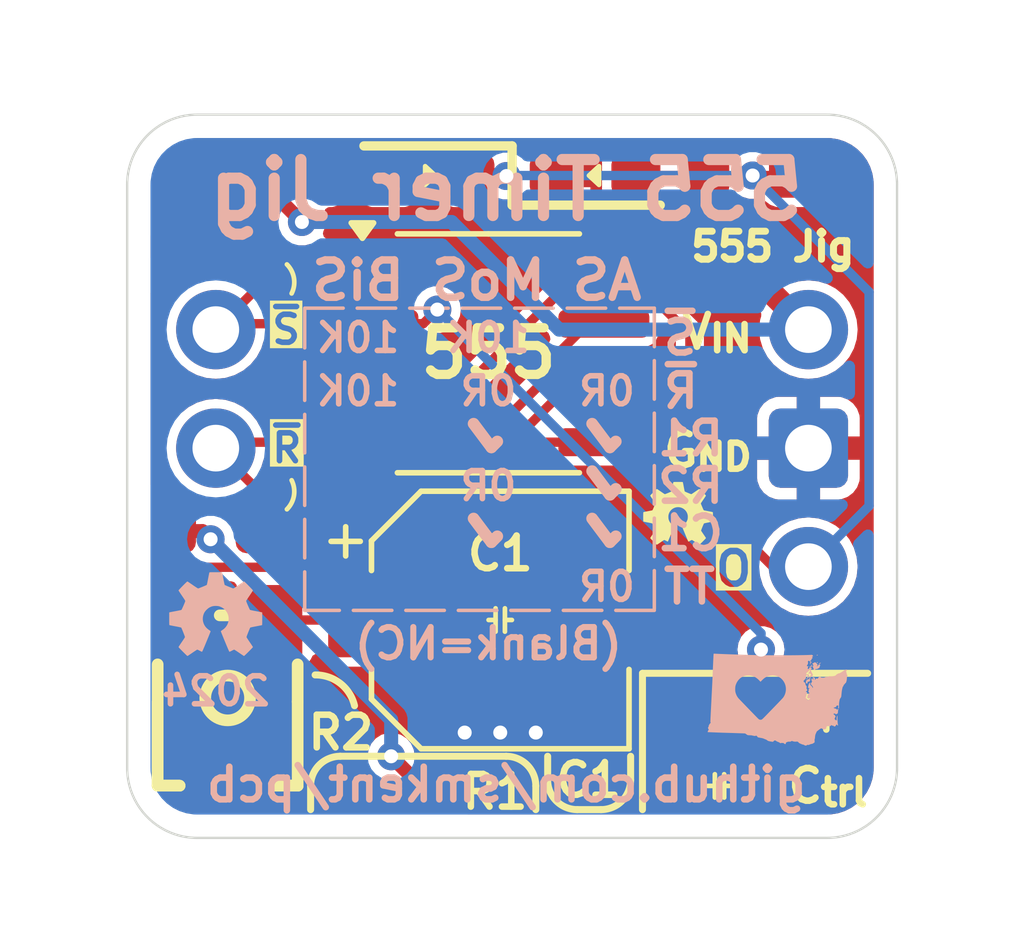
<source format=kicad_pcb>
(kicad_pcb (version 20240108) (generator "pcbnew") (generator_version "8.0")
  (layers (0 "F.Cu" signal) (31 "B.Cu" signal) (34 "B.Paste" user) (35 "F.Paste" user) (36 "B.SilkS" user "B.Silkscreen") (37 "F.SilkS" user "F.Silkscreen") (38 "B.Mask" user) (39 "F.Mask" user) (44 "Edge.Cuts" user))
  (net 0 "")
  (net 1 "Net-(U1-Control)")
  (net 2 "+5V")
  (net 3 "Net-(U1-Threshold)")
  (net 4 "Net-(U1-Discharge)")
  (net 5 "Output")
  (net 6 "~{R}")
  (net 7 "GND")
  (net 8 "~{S}")
  (net 9 "Net-(LED1-A)")
  (net 10 "Net-(LED2-A)")
  (footprint "custom:C_0603_1608Metric_Pad1.08x0.95mm_HandSolder" (layer "F.Cu") (at 135.255 93.599)
    (property "Reference" "C0" (hide yes))
    (property "Value" "0u1")
    (pad "1" smd roundrect (at -0.8625 0) (size 1.075 0.95) (layers "F.Cu" "F.Paste" "F.Mask") (net 1 "Net-(U1-Control)"))
    (pad "2" smd roundrect (at 0.8625 0) (size 1.075 0.95) (layers "F.Cu" "F.Paste" "F.Mask") (net 7 "GND"))
  )
  (footprint "custom:R_0603_1608Metric_Pad0.98x0.95mm_HandSolder_simple" (layer "F.Cu") (at 125.73 80.518)
    (property "Reference" "R5" (hide yes))
    (property "Value" "1K")
    (pad "1" smd roundrect (at -0.9125 0) (size 0.975 0.95) (layers "F.Cu" "F.Paste" "F.Mask") (net 2 "+5V"))
    (pad "2" smd roundrect (at 0.9125 0) (size 0.975 0.95) (layers "F.Cu" "F.Paste" "F.Mask") (net 9 "Net-(LED1-A)"))
  )
  (footprint "Package_SO:SOIC-8_3.9x4.9mm_P1.27mm" (layer "F.Cu") (at 130.302 84.328)
    (property "Reference" "U1" (hide yes))
    (property "Value" "NE555")
    (pad "1" smd roundrect (at -2.475 -1.905) (size 1.95 0.6) (layers "F.Cu" "F.Paste" "F.Mask") (net 7 "GND"))
    (pad "2" smd roundrect (at -2.475 -0.635) (size 1.95 0.6) (layers "F.Cu" "F.Paste" "F.Mask") (net 8 "~{S}"))
    (pad "3" smd roundrect (at -2.475 0.635) (size 1.95 0.6) (layers "F.Cu" "F.Paste" "F.Mask") (net 5 "Output"))
    (pad "4" smd roundrect (at -2.475 1.905) (size 1.95 0.6) (layers "F.Cu" "F.Paste" "F.Mask") (net 6 "~{R}"))
    (pad "5" smd roundrect (at 2.475 1.905) (size 1.95 0.6) (layers "F.Cu" "F.Paste" "F.Mask") (net 1 "Net-(U1-Control)"))
    (pad "6" smd roundrect (at 2.475 0.635) (size 1.95 0.6) (layers "F.Cu" "F.Paste" "F.Mask") (net 3 "Net-(U1-Threshold)"))
    (pad "7" smd roundrect (at 2.475 -0.635) (size 1.95 0.6) (layers "F.Cu" "F.Paste" "F.Mask") (net 4 "Net-(U1-Discharge)"))
    (pad "8" smd roundrect (at 2.475 -1.905) (size 1.95 0.6) (layers "F.Cu" "F.Paste" "F.Mask") (net 2 "+5V"))
  )
  (footprint "custom:C_Combo_CP_Elec_5x5.4" (layer "F.Cu") (at 130.556 90.043)
    (property "Reference" "C1" (hide yes))
    (property "Value" "1u")
    (pad "1" smd roundrect (at -2 0) (size 3.375 1.6) (layers "F.Cu" "F.Paste" "F.Mask") (roundrect_rratio 0.15625) (net 3 "Net-(U1-Threshold)"))
    (pad "2" smd roundrect (at 2 0) (size 3.375 1.6) (layers "F.Cu" "F.Paste" "F.Mask") (roundrect_rratio 0.15625) (net 7 "GND"))
  )
  (footprint "custom:R_0603_1608Metric_Pad0.98x0.95mm_HandSolder_simple" (layer "F.Cu") (at 135.89 80.518 180)
    (property "Reference" "R6" (hide yes))
    (property "Value" "1K")
    (pad "1" smd roundrect (at -0.9125 0 180) (size 0.975 0.95) (layers "F.Cu" "F.Paste" "F.Mask") (net 5 "Output"))
    (pad "2" smd roundrect (at 0.9125 0 180) (size 0.975 0.95) (layers "F.Cu" "F.Paste" "F.Mask") (net 10 "Net-(LED2-A)"))
  )
  (footprint "custom:R_0603_1608Metric_Pad0.98x0.95mm_HandSolder_simple" (layer "F.Cu") (at 124.46 88.138 180)
    (property "Reference" "R0" (hide yes))
    (property "Value" "0R")
    (pad "1" smd roundrect (at -0.9125 0 180) (size 0.975 0.95) (layers "F.Cu" "F.Paste" "F.Mask") (net 6 "~{R}"))
    (pad "2" smd roundrect (at 0.9125 0 180) (size 0.975 0.95) (layers "F.Cu" "F.Paste" "F.Mask") (net 2 "+5V"))
  )
  (footprint "custom:LED_0603_1608Metric_Pad1.05x0.95mm_HandSolder_simple" (layer "F.Cu") (at 129.032 80.518 180)
    (property "Reference" "LED1" (hide yes))
    (property "Value" "LED_Small")
    (pad "1" smd roundrect (at -0.875 0 180) (size 1.05 0.95) (layers "F.Cu" "F.Paste" "F.Mask") (net 5 "Output"))
    (pad "2" smd roundrect (at 0.875 0 180) (size 1.05 0.95) (layers "F.Cu" "F.Paste" "F.Mask") (net 9 "Net-(LED1-A)"))
  )
  (footprint "custom:LED_0603_1608Metric_Pad1.05x0.95mm_HandSolder_simple" (layer "F.Cu") (at 132.588 80.518)
    (property "Reference" "LED2" (hide yes))
    (property "Value" "LED_Small")
    (pad "1" smd roundrect (at -0.875 0) (size 1.05 0.95) (layers "F.Cu" "F.Paste" "F.Mask") (net 7 "GND"))
    (pad "2" smd roundrect (at 0.875 0) (size 1.05 0.95) (layers "F.Cu" "F.Paste" "F.Mask") (net 10 "Net-(LED2-A)"))
  )
  (footprint "custom:R_0603_1608Metric_Pad0.98x0.95mm_HandSolder_simple" (layer "F.Cu") (at 135.255 92.075 180)
    (property "Reference" "R3" (hide yes))
    (property "Value" "0R")
    (pad "1" smd roundrect (at -0.9125 0 180) (size 0.975 0.95) (layers "F.Cu" "F.Paste" "F.Mask") (net 8 "~{S}"))
    (pad "2" smd roundrect (at 0.9125 0 180) (size 0.975 0.95) (layers "F.Cu" "F.Paste" "F.Mask") (net 3 "Net-(U1-Threshold)"))
  )
  (footprint "custom:R_0603_1608Metric_Pad0.98x0.95mm_HandSolder_simple" (layer "F.Cu") (at 124.46 82.042 180)
    (property "Reference" "R4" (hide yes))
    (property "Value" "0R")
    (pad "1" smd roundrect (at -0.9125 0 180) (size 0.975 0.95) (layers "F.Cu" "F.Paste" "F.Mask") (net 8 "~{S}"))
    (pad "2" smd roundrect (at 0.9125 0 180) (size 0.975 0.95) (layers "F.Cu" "F.Paste" "F.Mask") (net 2 "+5V"))
  )
  (footprint "graphics:oshw-logo-1.5mm" (layer "F.Cu") (at 134.366 87.757)
    (property "Reference" "G***" (hide yes))
    (property "Value" "LOGO" (hide yes))
  )
  (footprint "lcsc:RES-ADJ-SMD_VG039NCH" (layer "F.Cu") (at 124.714 91.694 90)
    (property "Reference" "RV1" (hide yes))
    (property "Value" "500K")
    (pad "1" smd rect (at 1.65 1 180) (size 1.2 1.5) (layers "F.Cu" "F.Paste" "F.Mask") (net 3 "Net-(U1-Threshold)"))
    (pad "2" smd rect (at -1.65 0 180) (size 1.6 1.6) (layers "F.Cu" "F.Paste" "F.Mask"))
    (pad "3" smd rect (at 1.65 -1 180) (size 1.2 1.5) (layers "F.Cu" "F.Paste" "F.Mask") (net 4 "Net-(U1-Discharge)"))
  )
  (footprint "custom:R_0603_1608Metric_Pad0.98x0.95mm_HandSolder_simple" (layer "F.Cu") (at 128.143 93.726 180)
    (property "Reference" "R1" (hide yes))
    (property "Value" "10K")
    (pad "1" smd roundrect (at -0.9125 0 180) (size 0.975 0.95) (layers "F.Cu" "F.Paste" "F.Mask") (net 2 "+5V"))
    (pad "2" smd roundrect (at 0.9125 0 180) (size 0.975 0.95) (layers "F.Cu" "F.Paste" "F.Mask") (net 4 "Net-(U1-Discharge)"))
  )
  (footprint "graphics:oshw-logo-2mm" (layer "B.Cu") (at 124.46 89.916 180)
    (property "Reference" "G***" (hide yes))
    (property "Value" "LOGO" (hide yes))
  )
  (footprint "custom:PinHeader_1x03_P2.54mm_Vertical_simple_pad2gnd" (layer "B.Cu") (at 137.16 83.82 180)
    (property "Reference" "J1" (hide yes))
    (property "Value" "Pin headers")
    (pad "1" thru_hole circle (at 0 0 180) (size 1.7 1.7) (drill 1) (layers "*.Cu" "*.Mask") (net 2 "+5V"))
    (pad "2" thru_hole roundrect (at 0 -2.54 180) (size 1.7 1.7) (drill 1) (layers "*.Cu" "*.Mask") (roundrect_rratio 0.1470588235) (net 7 "GND"))
    (pad "3" thru_hole oval (at 0 -5.08 180) (size 1.7 1.7) (drill 1) (layers "*.Cu" "*.Mask") (net 5 "Output"))
  )
  (footprint "custom:PinHeader_1x02_P2.54mm_Vertical_simple" (layer "B.Cu") (at 124.46 83.82 180)
    (property "Reference" "J2" (hide yes))
    (property "Value" "Pin headers")
    (pad "1" thru_hole oval (at 0 0 180) (size 1.7 1.7) (drill 1) (layers "*.Cu" "*.Mask") (net 8 "~{S}"))
    (pad "2" thru_hole oval (at 0 -2.54 180) (size 1.7 1.7) (drill 1) (layers "*.Cu" "*.Mask") (net 6 "~{R}"))
  )
  (footprint "graphics:wa-state-heart-3mm" (layer "B.Cu") (at 136.5 91.75 180)
    (property "Reference" "G***" (hide yes))
    (property "Value" "LOGO" (hide yes))
  )
  (gr_line (start 133.0325 88.2495) (end 132.9055 88.3765) (stroke (width 0.25)) (layer "B.SilkS"))
  (gr_line (start 132.9055 88.3765) (end 132.5245 87.8685) (stroke (width 0.25)) (layer "B.SilkS"))
  (gr_line (start 130.4925 86.2175) (end 130.3655 86.3445) (stroke (width 0.25)) (layer "B.SilkS"))
  (gr_line (start 132.9055 86.3445) (end 132.5245 85.8365) (stroke (width 0.25)) (layer "B.SilkS"))
  (gr_line (start 133.0325 87.2335) (end 132.9055 87.3605) (stroke (width 0.25)) (layer "B.SilkS"))
  (gr_line (start 133.0325 86.2175) (end 132.9055 86.3445) (stroke (width 0.25)) (layer "B.SilkS"))
  (gr_line (start 130.3655 88.3765) (end 129.9845 87.8685) (stroke (width 0.25)) (layer "B.SilkS"))
  (gr_rect (start 126.365 83.36) (end 133.858 89.837) (stroke (width 0.075) (type dash)) (fill none) (layer "B.SilkS"))
  (gr_line (start 130.4925 88.2495) (end 130.3655 88.3765) (stroke (width 0.25)) (layer "B.SilkS"))
  (gr_line (start 132.9055 87.3605) (end 132.5245 86.8525) (stroke (width 0.25)) (layer "B.SilkS"))
  (gr_line (start 130.3655 86.3445) (end 129.9845 85.8365) (stroke (width 0.25)) (layer "B.SilkS"))
  (gr_line (start 126.492 93.599) (end 126.492 94.107) (stroke (width 0.15)) (layer "F.SilkS"))
  (gr_arc (start 126.588803 91.22098) (mid 127.127 91.401788) (end 127.432934 91.880068) (stroke (width 0.15)) (layer "F.SilkS"))
  (gr_line (start 131.318 93.599) (end 131.318 94.107) (stroke (width 0.15)) (layer "F.SilkS"))
  (gr_line (start 133.35 93.472) (end 133.35 92.964) (stroke (width 0.15)) (layer "F.SilkS"))
  (gr_line (start 133.604 91.186) (end 138.43 91.186) (stroke (width 0.15)) (layer "F.SilkS"))
  (gr_line (start 127.635 79.883) (end 130.81 79.883) (stroke (width 0.2)) (layer "F.SilkS"))
  (gr_line (start 130.81 81.153) (end 130.81 79.883) (stroke (width 0.2)) (layer "F.SilkS"))
  (gr_line (start 132.715 94.107) (end 132.207 94.107) (stroke (width 0.15)) (layer "F.SilkS"))
  (gr_arc (start 126.492 93.599) (mid 126.677987 93.149987) (end 127.127 92.964) (stroke (width 0.15)) (layer "F.SilkS"))
  (gr_arc (start 133.35 93.472) (mid 133.164013 93.921013) (end 132.715 94.107) (stroke (width 0.15)) (layer "F.SilkS"))
  (gr_arc (start 132.207 94.107) (mid 131.757987 93.921013) (end 131.572 93.472) (stroke (width 0.15)) (layer "F.SilkS"))
  (gr_line (start 133.604 94.107) (end 133.604 91.186) (stroke (width 0.15)) (layer "F.SilkS"))
  (gr_line (start 130.81 81.153) (end 133.985 81.153) (stroke (width 0.2)) (layer "F.SilkS"))
  (gr_line (start 130.683 92.964) (end 127.127 92.964) (stroke (width 0.15)) (layer "F.SilkS"))
  (gr_arc (start 130.683 92.964) (mid 131.132013 93.149987) (end 131.318 93.599) (stroke (width 0.15)) (layer "F.SilkS"))
  (gr_arc (start 126.084931 87.048726) (mid 126.134858 87.376) (end 125.984 87.670691) (stroke (width 0.1)) (layer "F.SilkS"))
  (gr_arc (start 125.984 82.423) (mid 126.134858 82.717691) (end 126.084931 83.044965) (stroke (width 0.1)) (layer "F.SilkS"))
  (gr_line (start 131.572 93.472) (end 131.572 92.964) (stroke (width 0.15)) (layer "F.SilkS"))
  (gr_poly (pts (arc (start 137.56 94.713) (mid 138.62066 94.27366) (end 139.06 93.213)) (arc (start 139.06 80.713) (mid 138.62066 79.65234) (end 137.56 79.213)) (arc (start 124.06 79.213) (mid 122.99934 79.65234) (end 122.56 80.713)) (arc (start 122.56 93.213) (mid 122.99934 94.27366) (end 124.06 94.713))) (stroke (width 0.05)) (fill none) (layer "Edge.Cuts"))
  (gr_text "0R" (at 130.302 85.138 0) (layer "B.SilkS") (effects (font (size 0.6 0.6) (thickness 0.12) (bold yes)) (justify mirror)))
  (gr_text "10K" (at 127.508 85.138 0) (layer "B.SilkS") (effects (font (size 0.6 0.6) (thickness 0.12) (bold yes)) (justify mirror)))
  (gr_text "0R" (at 132.842 89.329 0) (layer "B.SilkS") (effects (font (size 0.6 0.6) (thickness 0.12) (bold yes)) (justify mirror)))
  (gr_text "R2" (at 133.858 87.17 0) (layer "B.SilkS") (effects (font (size 0.7 0.7) (thickness 0.14) (bold yes)) (justify right mirror)))
  (gr_text "10K" (at 130.302 83.995 0) (layer "B.SilkS") (effects (font (size 0.6 0.6) (thickness 0.12) (bold yes)) (justify mirror)))
  (gr_text "2024" (at 124.46 91.567 0) (layer "B.SilkS") (effects (font (size 0.6 0.6) (thickness 0.12) (bold yes)) (justify mirror)))
  (gr_text "0R" (at 132.842 85.138 0) (layer "B.SilkS") (effects (font (size 0.6 0.6) (thickness 0.12) (bold yes)) (justify mirror)))
  (gr_text "0R" (at 130.302 87.17 0) (layer "B.SilkS") (effects (font (size 0.6 0.6) (thickness 0.12) (bold yes)) (justify mirror)))
  (gr_text "github.com/smkent/pcb" (at 130.683 93.98 0) (layer "B.SilkS") (effects (font (size 0.7 0.7) (thickness 0.14) (bold yes)) (justify bottom mirror)))
  (gr_text "MoS" (at 130.302 83.233 0) (layer "B.SilkS") (effects (font (size 0.8 0.8) (thickness 0.16) (bold yes)) (justify bottom mirror)))
  (gr_text "~{S}" (at 133.985 83.995 0) (layer "B.SilkS") (effects (font (size 0.7 0.7) (thickness 0.14) (bold yes)) (justify right mirror)))
  (gr_text "TT" (at 133.985 89.329 0) (layer "B.SilkS") (effects (font (size 0.7 0.7) (thickness 0.14) (bold yes)) (justify right mirror)))
  (gr_text "AS" (at 132.842 83.233 0) (layer "B.SilkS") (effects (font (size 0.8 0.8) (thickness 0.16) (bold yes)) (justify bottom mirror)))
  (gr_text "(Blank=NC)" (at 130.302 90.17 0) (layer "B.SilkS") (effects (font (size 0.65 0.65) (thickness 0.13) (bold yes)) (justify top mirror)))
  (gr_text "555 Timer Jig" (at 130.683 81.534 0) (layer "B.SilkS") (effects (font (size 1.2 1.2) (thickness 0.24) (bold yes)) (justify bottom mirror)))
  (gr_text "BiS" (at 127.508 83.233 0) (layer "B.SilkS") (effects (font (size 0.8 0.8) (thickness 0.16) (bold yes)) (justify bottom mirror)))
  (gr_text "R1" (at 133.858 86.154 0) (layer "B.SilkS") (effects (font (size 0.7 0.7) (thickness 0.14) (bold yes)) (justify right mirror)))
  (gr_text "C1" (at 133.858 88.186 0) (layer "B.SilkS") (effects (font (size 0.7 0.7) (thickness 0.14) (bold yes)) (justify right mirror)))
  (gr_text "10K" (at 127.508 83.995 0) (layer "B.SilkS") (effects (font (size 0.6 0.6) (thickness 0.12) (bold yes)) (justify mirror)))
  (gr_text "~{R}" (at 133.985 85.138 0) (layer "B.SilkS") (effects (font (size 0.7 0.7) (thickness 0.14) (bold yes)) (justify right mirror)))
  (gr_text "C1" (at 133.223 93.472 0) (layer "F.SilkS") (effects (font (size 0.7 0.7) (thickness 0.14) (bold yes)) (justify right)))
  (gr_text "C_{trl}" (at 136.652 93.599 0) (layer "F.SilkS") (effects (font (size 0.7 0.7) (thickness 0.14) (bold yes)) (justify left)))
  (gr_text "555 Jig" (at 136.398 82.042 0) (layer "F.SilkS") (effects (font (size 0.6 0.6) (thickness 0.2) (bold yes))))
  (gr_text "R2" (at 126.365 92.456 0) (layer "F.SilkS") (effects (font (size 0.7 0.7) (thickness 0.14) (bold yes)) (justify left)))
  (gr_text "G_{ND}" (at 136.017 86.408 0) (layer "F.SilkS") (effects (font (size 0.7 0.7) (thickness 0.14) (bold yes)) (justify right)))
  (gr_text "TT" (at 136.652 92.075 0) (layer "F.SilkS") (effects (font (size 0.7 0.7) (thickness 0.14) (bold yes)) (justify left)))
  (gr_text "V_{IN}" (at 136.017 83.868 0) (layer "F.SilkS") (effects (font (size 0.7 0.7) (thickness 0.14) (bold yes)) (justify right)))
  (gr_text "~{R}" (at 125.603 86.36 0) (layer "F.SilkS" knockout) (effects (font (size 0.6 0.6) (thickness 0.12) (bold yes)) (justify left)))
  (gr_text "O" (at 136.017 88.948 0) (layer "F.SilkS" knockout) (effects (font (size 0.7 0.7) (thickness 0.14) (bold yes)) (justify right)))
  (gr_text "555" (at 130.302 84.328 0) (layer "F.SilkS") (effects (font (size 1 1) (thickness 0.2) (bold yes))))
  (gr_text "C1" (at 130.556 89.027 0) (layer "F.SilkS") (effects (font (size 0.7 0.7) (thickness 0.14) (bold yes)) (justify bottom)))
  (gr_text "R1" (at 129.667 93.726 0) (layer "F.SilkS") (effects (font (size 0.7 0.7) (thickness 0.14) (bold yes)) (justify left)))
  (gr_text "~{S}" (at 125.603 83.82 0) (layer "F.SilkS" knockout) (effects (font (size 0.6 0.6) (thickness 0.12) (bold yes)) (justify left)))
  (segment (start 135.13 92.8615) (end 135.13 91.608278) (width 0.2) (layer "F.Cu") (net 1))
  (segment (start 130.697686 91.27) (end 130.556 91.128314) (width 0.2) (layer "F.Cu") (net 1))
  (segment (start 130.556 91.128314) (end 130.556 87.052686) (width 0.2) (layer "F.Cu") (net 1))
  (segment (start 131.375686 86.233) (end 132.777 86.233) (width 0.2) (layer "F.Cu") (net 1))
  (segment (start 135.13 91.608278) (end 134.791722 91.27) (width 0.2) (layer "F.Cu") (net 1))
  (segment (start 134.3925 93.599) (end 135.13 92.8615) (width 0.2) (layer "F.Cu") (net 1))
  (segment (start 134.791722 91.27) (end 130.697686 91.27) (width 0.2) (layer "F.Cu") (net 1))
  (segment (start 130.556 87.052686) (end 131.375686 86.233) (width 0.2) (layer "F.Cu") (net 1))
  (segment (start 123.5475 82.042) (end 123.5475 82.7005) (width 0.3) (layer "F.Cu") (net 2))
  (segment (start 135.763 82.423) (end 137.16 83.82) (width 0.5) (layer "F.Cu") (net 2))
  (segment (start 124.173705 88.138) (end 123.5475 88.138) (width 0.3) (layer "F.Cu") (net 2))
  (segment (start 124.8175 80.518) (end 125.30941 80.518) (width 0.3) (layer "F.Cu") (net 2))
  (segment (start 123.5475 87.4795) (end 123.5475 88.138) (width 0.3) (layer "F.Cu") (net 2))
  (segment (start 124.206 80.518) (end 124.8175 80.518) (width 0.3) (layer "F.Cu") (net 2))
  (segment (start 128.98 93.726) (end 129.0555 93.726) (width 0.3) (layer "F.Cu") (net 2))
  (segment (start 123.21 87.142) (end 123.5475 87.4795) (width 0.3) (layer "F.Cu") (net 2))
  (segment (start 132.777 82.423) (end 135.763 82.423) (width 0.5) (layer "F.Cu") (net 2))
  (segment (start 124.348705 88.313) (end 124.173705 88.138) (width 0.3) (layer "F.Cu") (net 2))
  (segment (start 123.5475 82.042) (end 123.5475 81.1765) (width 0.3) (layer "F.Cu") (net 2))
  (segment (start 123.5475 81.1765) (end 124.206 80.518) (width 0.3) (layer "F.Cu") (net 2))
  (segment (start 125.30941 80.518) (end 126.305424 81.514014) (width 0.3) (layer "F.Cu") (net 2))
  (segment (start 123.5475 82.7005) (end 123.21 83.038) (width 0.3) (layer "F.Cu") (net 2))
  (segment (start 128.218 92.964) (end 128.98 93.726) (width 0.3) (layer "F.Cu") (net 2))
  (segment (start 123.21 83.038) (end 123.21 87.142) (width 0.3) (layer "F.Cu") (net 2))
  (via (at 124.348705 88.313) (size 0.6) (drill 0.3) (layers "F.Cu" "B.Cu") (net 2))
  (via (at 126.305424 81.514014) (size 0.6) (drill 0.3) (layers "F.Cu" "B.Cu") (net 2))
  (via (at 128.218 92.964) (size 0.6) (drill 0.3) (layers "F.Cu" "B.Cu") (net 2))
  (segment (start 128.218 92.964) (end 128.218 92.182295) (width 0.3) (layer "B.Cu") (net 2))
  (segment (start 128.218 92.182295) (end 124.348705 88.313) (width 0.3) (layer "B.Cu") (net 2))
  (segment (start 129.514014 81.514014) (end 131.82 83.82) (width 0.3) (layer "B.Cu") (net 2))
  (segment (start 131.82 83.82) (end 137.16 83.82) (width 0.3) (layer "B.Cu") (net 2))
  (segment (start 126.305424 81.514014) (end 129.514014 81.514014) (width 0.3) (layer "B.Cu") (net 2))
  (segment (start 128.555 90.044) (end 128.556 90.043) (width 0.2) (layer "F.Cu") (net 3))
  (segment (start 128.556 90.043) (end 128.556 88.487) (width 0.2) (layer "F.Cu") (net 3))
  (segment (start 128.556 90.043) (end 130.369 91.856) (width 0.2) (layer "F.Cu") (net 3))
  (segment (start 128.556 88.487) (end 132.08 84.963) (width 0.2) (layer "F.Cu") (net 3))
  (segment (start 134.1235 91.856) (end 134.3425 92.075) (width 0.2) (layer "F.Cu") (net 3))
  (segment (start 125.714 90.044) (end 128.555 90.044) (width 0.2) (layer "F.Cu") (net 3))
  (segment (start 132.08 84.963) (end 132.777 84.963) (width 0.2) (layer "F.Cu") (net 3))
  (segment (start 130.369 91.856) (end 134.1235 91.856) (width 0.2) (layer "F.Cu") (net 3))
  (segment (start 123.714 91.583) (end 124.375 92.244) (width 0.2) (layer "F.Cu") (net 4))
  (segment (start 124.375 92.244) (end 125.7485 92.244) (width 0.2) (layer "F.Cu") (net 4))
  (segment (start 123.714 89.392) (end 124.193 88.913) (width 0.2) (layer "F.Cu") (net 4))
  (segment (start 132.431448 83.693) (end 132.777 83.693) (width 0.2) (layer "F.Cu") (net 4))
  (segment (start 127.495 88.913) (end 131.502 84.906) (width 0.2) (layer "F.Cu") (net 4))
  (segment (start 131.502 84.906) (end 131.502 84.622448) (width 0.2) (layer "F.Cu") (net 4))
  (segment (start 131.502 84.622448) (end 132.431448 83.693) (width 0.2) (layer "F.Cu") (net 4))
  (segment (start 125.7485 92.244) (end 127.2305 93.726) (width 0.2) (layer "F.Cu") (net 4))
  (segment (start 123.714 90.044) (end 123.714 89.392) (width 0.2) (layer "F.Cu") (net 4))
  (segment (start 124.193 88.913) (end 127.495 88.913) (width 0.2) (layer "F.Cu") (net 4))
  (segment (start 123.714 90.044) (end 123.714 91.583) (width 0.2) (layer "F.Cu") (net 4))
  (segment (start 133.792552 83.093) (end 134.62 83.920448) (width 0.2) (layer "F.Cu") (net 5))
  (segment (start 135.965 80.517687) (end 136.802187 80.517687) (width 0.2) (layer "F.Cu") (net 5))
  (segment (start 130.688 80.528745) (end 129.917745 80.528745) (width 0.2) (layer "F.Cu") (net 5))
  (segment (start 127.827 84.963) (end 129.891448 84.963) (width 0.2) (layer "F.Cu") (net 5))
  (segment (start 134.62 83.920448) (end 134.62 87.122) (width 0.2) (layer "F.Cu") (net 5))
  (segment (start 131.761448 83.093) (end 133.792552 83.093) (width 0.2) (layer "F.Cu") (net 5))
  (segment (start 134.62 87.122) (end 136.398 88.9) (width 0.2) (layer "F.Cu") (net 5))
  (segment (start 136.398 88.9) (end 137.16 88.9) (width 0.2) (layer "F.Cu") (net 5))
  (segment (start 129.891448 84.963) (end 131.761448 83.093) (width 0.2) (layer "F.Cu") (net 5))
  (segment (start 129.917745 80.528745) (end 129.907 80.518) (width 0.2) (layer "F.Cu") (net 5))
  (segment (start 136.802187 80.517687) (end 136.8025 80.518) (width 0.2) (layer "F.Cu") (net 5))
  (via (at 135.965 80.517687) (size 0.6) (drill 0.3) (layers "F.Cu" "B.Cu") (net 5))
  (via (at 130.688 80.528745) (size 0.6) (drill 0.3) (layers "F.Cu" "B.Cu") (net 5))
  (segment (start 137.16 88.9) (end 138.46 87.6) (width 0.2) (layer "B.Cu") (net 5))
  (segment (start 138.46 83.012687) (end 135.965 80.517687) (width 0.2) (layer "B.Cu") (net 5))
  (segment (start 130.699058 80.517687) (end 130.688 80.528745) (width 0.2) (layer "B.Cu") (net 5))
  (segment (start 135.965 80.517687) (end 130.699058 80.517687) (width 0.2) (layer "B.Cu") (net 5))
  (segment (start 138.46 87.6) (end 138.46 83.012687) (width 0.2) (layer "B.Cu") (net 5))
  (segment (start 125.3725 87.2725) (end 124.46 86.36) (width 0.2) (layer "F.Cu") (net 6))
  (segment (start 125.3725 88.138) (end 125.3725 87.2725) (width 0.2) (layer "F.Cu") (net 6))
  (segment (start 127.827 86.233) (end 124.587 86.233) (width 0.2) (layer "F.Cu") (net 6))
  (segment (start 124.587 86.233) (end 124.46 86.36) (width 0.2) (layer "F.Cu") (net 6))
  (via (at 130.556 92.456) (size 0.6) (drill 0.3) (layers "F.Cu" "B.Cu") (net 7))
  (via (at 131.318 92.456) (size 0.6) (drill 0.3) (layers "F.Cu" "B.Cu") (net 7))
  (via (at 129.794 92.456) (size 0.6) (drill 0.3) (layers "F.Cu" "B.Cu") (net 7))
  (segment (start 125.3725 82.9075) (end 124.46 83.82) (width 0.2) (layer "F.Cu") (net 8))
  (segment (start 128.905 83.693) (end 129.20738 83.39062) (width 0.2) (layer "F.Cu") (net 8))
  (segment (start 124.587 83.693) (end 124.46 83.82) (width 0.2) (layer "F.Cu") (net 8))
  (segment (start 136.144 90.678) (end 136.144 92.0515) (width 0.2) (layer "F.Cu") (net 8))
  (segment (start 127.827 83.693) (end 128.905 83.693) (width 0.2) (layer "F.Cu") (net 8))
  (segment (start 127.827 83.693) (end 124.587 83.693) (width 0.2) (layer "F.Cu") (net 8))
  (segment (start 136.144 92.0515) (end 136.1675 92.075) (width 0.2) (layer "F.Cu") (net 8))
  (segment (start 125.3725 82.042) (end 125.3725 82.9075) (width 0.2) (layer "F.Cu") (net 8))
  (via (at 136.144 90.678) (size 0.6) (drill 0.3) (layers "F.Cu" "B.Cu") (net 8))
  (via (at 129.20738 83.39062) (size 0.6) (drill 0.3) (layers "F.Cu" "B.Cu") (net 8))
  (segment (start 129.20738 83.39062) (end 136.144 90.32724) (width 0.2) (layer "B.Cu") (net 8))
  (segment (start 136.144 90.32724) (end 136.144 90.678) (width 0.2) (layer "B.Cu") (net 8))
  (segment (start 126.6425 80.518) (end 128.157 80.518) (width 0.2) (layer "F.Cu") (net 9))
  (segment (start 133.463 80.518) (end 134.9775 80.518) (width 0.2) (layer "F.Cu") (net 10))
  (zone (net 7) (net_name "GND") (layers "F&B.Cu") (connect_pads (clearance 0)) (min_thickness 0.25) (fill yes (thermal_gap 0.25) (thermal_bridge_width 0.5))
    (polygon (pts (xy 121.92 76.756) (xy 139.7 76.756) (xy 139.7 97.076) (xy 121.92 97.076)))
  )
)
</source>
